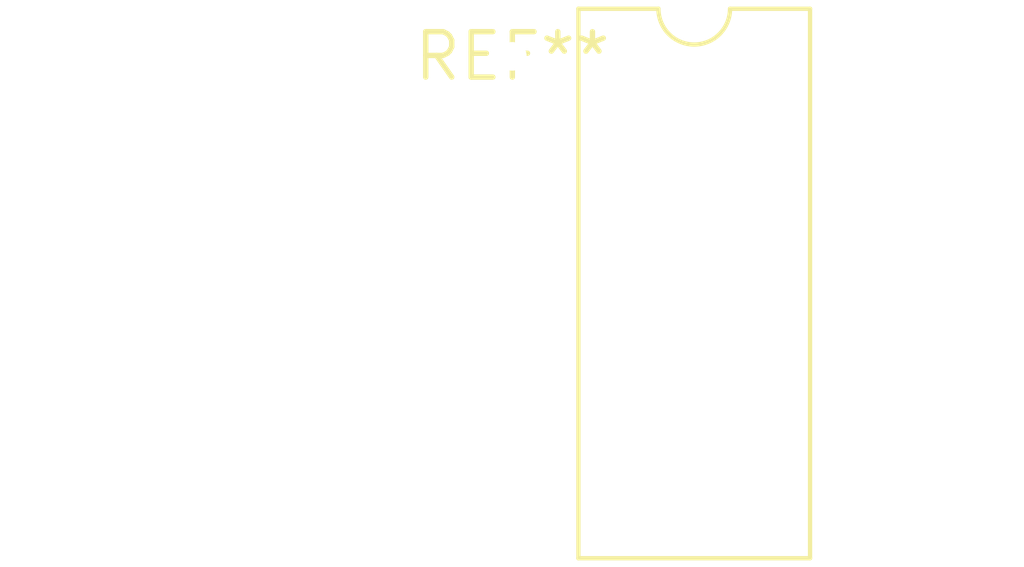
<source format=kicad_pcb>
(kicad_pcb (version 20240108) (generator pcbnew)
  (layers (0 "F.Cu" signal) (31 "B.Cu" signal) (34 "B.Paste" user) (35 "F.Paste" user) (36 "B.SilkS" user "B.Silkscreen") (37 "F.SilkS" user "F.Silkscreen") (38 "B.Mask" user) (39 "F.Mask" user) (44 "Edge.Cuts" user))
  (net 0 "")
  (footprint "DIP-12_W10.16mm_LongPads" (layer "F.Cu") (at 0 0)
    (property "Reference" "REF**")
    (property "Value" "DIP-12_W10.16mm_LongPads")
    (fp_line (start 1.845 -1.33) (end 1.845 14.03) (layer "F.SilkS") (stroke (width 0.12)))
    (fp_line (start 1.845 14.03) (end 8.315 14.03) (layer "F.SilkS") (stroke (width 0.12)))
    (fp_line (start 4.08 -1.33) (end 1.845 -1.33) (layer "F.SilkS") (stroke (width 0.12)))
    (fp_line (start 8.315 -1.33) (end 6.08 -1.33) (layer "F.SilkS") (stroke (width 0.12)))
    (fp_line (start 8.315 14.03) (end 8.315 -1.33) (layer "F.SilkS") (stroke (width 0.12)))
    (fp_arc (start 6.08 -1.33) (mid 5.08 -0.33) (end 4.08 -1.33) (layer "F.SilkS") (stroke (width 0.12)))
    (pad "1" thru_hole rect (at 0 0) (size 2.4 1.6) (drill 0.8) (layers *.Cu *.Mask) (remove_unused_layers))
    (pad "2" thru_hole oval (at 0 2.54) (size 2.4 1.6) (drill 0.8) (layers *.Cu *.Mask) (remove_unused_layers))
    (pad "3" thru_hole oval (at 0 5.08) (size 2.4 1.6) (drill 0.8) (layers *.Cu *.Mask) (remove_unused_layers))
    (pad "4" thru_hole oval (at 0 7.62) (size 2.4 1.6) (drill 0.8) (layers *.Cu *.Mask) (remove_unused_layers))
    (pad "5" thru_hole oval (at 0 10.16) (size 2.4 1.6) (drill 0.8) (layers *.Cu *.Mask) (remove_unused_layers))
    (pad "6" thru_hole oval (at 0 12.7) (size 2.4 1.6) (drill 0.8) (layers *.Cu *.Mask) (remove_unused_layers))
    (pad "7" thru_hole oval (at 10.16 12.7) (size 2.4 1.6) (drill 0.8) (layers *.Cu *.Mask) (remove_unused_layers))
    (pad "8" thru_hole oval (at 10.16 10.16) (size 2.4 1.6) (drill 0.8) (layers *.Cu *.Mask) (remove_unused_layers))
    (pad "9" thru_hole oval (at 10.16 7.62) (size 2.4 1.6) (drill 0.8) (layers *.Cu *.Mask) (remove_unused_layers))
    (pad "10" thru_hole oval (at 10.16 5.08) (size 2.4 1.6) (drill 0.8) (layers *.Cu *.Mask) (remove_unused_layers))
    (pad "11" thru_hole oval (at 10.16 2.54) (size 2.4 1.6) (drill 0.8) (layers *.Cu *.Mask) (remove_unused_layers))
    (pad "12" thru_hole oval (at 10.16 0) (size 2.4 1.6) (drill 0.8) (layers *.Cu *.Mask) (remove_unused_layers))
  )
)
</source>
